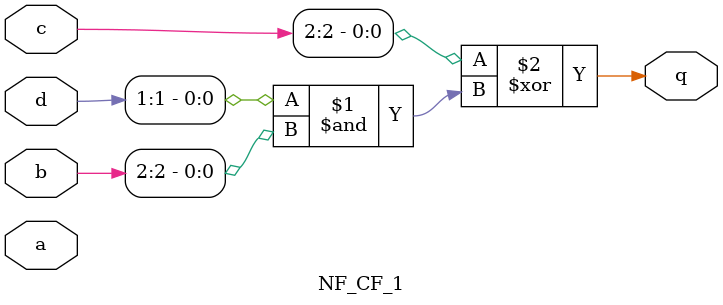
<source format=v>
/*
* -----------------------------------------------------------------
* COMPANY : Ruhr University Bochum
* AUTHOR  : Amir Moradi amir.moradi@rub.de Aein Rezaei Shahmirzadi aein.rezaeishahmirzadi@rub.de
* DOCUMENT: "Second-Order SCA Security with almost no Fresh Randomness" TCHES 2021, Issue 3
* -----------------------------------------------------------------
*
* Copyright c 2021, Amir Moradi, Aein Rezaei Shahmirzadi
*
* All rights reserved.
*
* THIS SOFTWARE IS PROVIDED BY THE COPYRIGHT HOLDERS AND CONTRIBUTORS "AS IS" AND
* ANY EXPRESS OR IMPLIED WARRANTIES, INCLUDING, BUT NOT LIMITED TO, THE IMPLIED
* WARRANTIES OF MERCHANTABILITY AND FITNESS FOR A PARTICULAR PURPOSE ARE
* DISCLAIMED. IN NO EVENT SHALL THE COPYRIGHT HOLDER OR CONTRIBUTERS BE LIABLE FOR ANY
* DIRECT, INDIRECT, INCIDENTAL, SPECIAL, EXEMPLARY, OR CONSEQUENTIAL DAMAGES
* INCLUDING, BUT NOT LIMITED TO, PROCUREMENT OF SUBSTITUTE GOODS OR SERVICES;
* LOSS OF USE, DATA, OR PROFITS; OR BUSINESS INTERRUPTION HOWEVER CAUSED AND
* ON ANY THEORY OF LIABILITY, WHETHER IN CONTRACT, STRICT LIABILITY, OR TORT
* INCLUDING NEGLIGENCE OR OTHERWISE ARISING IN ANY WAY OUT OF THE USE OF THIS
* SOFTWARE, EVEN IF ADVISED OF THE POSSIBILITY OF SUCH DAMAGE.
*
* Please see LICENSE and README for license and further instructions.
*/

module NF_CF_1(
    input [3:1] a,
    input [3:1] b,
    input [3:1] c,
    input [3:1] d,
    output q 
	 );
	 
	parameter num = 1;
	 
	generate

		if(num==0) begin
			assign q = (d[1]&b[1]);
		end
		if(num==1) begin
			assign q = c[2] ^ (d[1]&b[2]);
		end
		if(num==2) begin
			assign q = d[1] ^ b[3] ^ (d[1]&b[3]);
		end
		if(num==3) begin
			assign q = c[1] ^ (d[2]&b[1]);
		end
		if(num==4) begin
			assign q = b[2] ^ (d[2]&b[2]);
		end
		if(num==5) begin
			assign q = d[2] ^ (d[2]&b[3]);
		end
		if(num==6) begin
			assign q = d[3] ^ (d[3]&b[1]);
		end
		if(num==7) begin
			assign q = b[2] ^ (d[3]&b[2]);
		end
		if(num==8) begin
			assign q = b[3] ^ c[3] ^ (d[3]&b[3]);
		end
		if(num==9) begin
			assign q = d[1] ^ (d[1]&b[1]);
		end
		if(num==10) begin
			assign q = d[1] ^ c[2] ^ (d[1]&b[2]);
		end
		if(num==11) begin
			assign q = b[3] ^ (d[1]&b[3]);
		end
		if(num==12) begin
			assign q = d[2] ^ c[1] ^ (d[2]&b[1]);
		end
		if(num==13) begin
			assign q = b[2] ^ (d[2]&b[2]);
		end
		if(num==14) begin
			assign q = d[2] ^ (d[2]&b[3]);
		end
		if(num==15) begin
			assign q = d[3] ^ (d[3]&b[1]);
		end
		if(num==16) begin
			assign q = b[2] ^ (d[3]&b[2]);
		end
		if(num==17) begin
			assign q = d[3] ^ b[3] ^ c[3] ^ (d[3]&b[3]);
		end
		if(num==18) begin
			assign q = c[1] ^ b[1] ^ (d[1]&c[1]) ^ (d[1]&b[1]);
		end
		if(num==19) begin
			assign q = d[1] ^ (d[1]&c[2]) ^ (d[1]&b[2]);
		end
		if(num==20) begin
			assign q = d[1] ^ c[3] ^ (d[1]&c[3]) ^ (d[1]&b[3]);
		end
		if(num==21) begin
			assign q = b[1] ^ (d[2]&c[1]) ^ (d[2]&b[1]);
		end
		if(num==22) begin
			assign q = (d[2]&c[2]) ^ (d[2]&b[2]);
		end
		if(num==23) begin
			assign q = c[3] ^ b[3] ^ (d[2]&c[3]) ^ (d[2]&b[3]);
		end
		if(num==24) begin
			assign q = c[1] ^ b[1] ^ (d[3]&c[1]) ^ (d[3]&b[1]);
		end
		if(num==25) begin
			assign q = b[2] ^ (d[3]&c[2]) ^ (d[3]&b[2]);
		end
		if(num==26) begin
			assign q = (d[3]&c[3]) ^ (d[3]&b[3]);
		end
		if(num==27) begin
			assign q = c[1] ^ b[1] ^ (d[1]&c[1]) ^ (d[1]&b[1]) ^ a[1];
		end
		if(num==28) begin
			assign q = d[1] ^ (d[1]&c[2]) ^ (d[1]&b[2]);
		end
		if(num==29) begin
			assign q = d[1] ^ c[3] ^ (d[1]&c[3]) ^ (d[1]&b[3]);
		end
		if(num==30) begin
			assign q = b[1] ^ a[2] ^ (d[2]&c[1]) ^ (d[2]&b[1]);
		end
		if(num==31) begin
			assign q = (d[2]&c[2]) ^ (d[2]&b[2]);
		end
		if(num==32) begin
			assign q = c[3] ^ b[3] ^ (d[2]&c[3]) ^ (d[2]&b[3]);
		end
		if(num==33) begin
			assign q = d[3] ^ c[1] ^ b[1] ^ a[3] ^ (d[3]&c[1]) ^ (d[3]&b[1]);
		end
		if(num==34) begin
			assign q = b[2] ^ (d[3]&c[2]) ^ (d[3]&b[2]);
		end
		if(num==35) begin
			assign q = d[3] ^ (d[3]&c[3]) ^ (d[3]&b[3]);
		end


	endgenerate


endmodule

</source>
